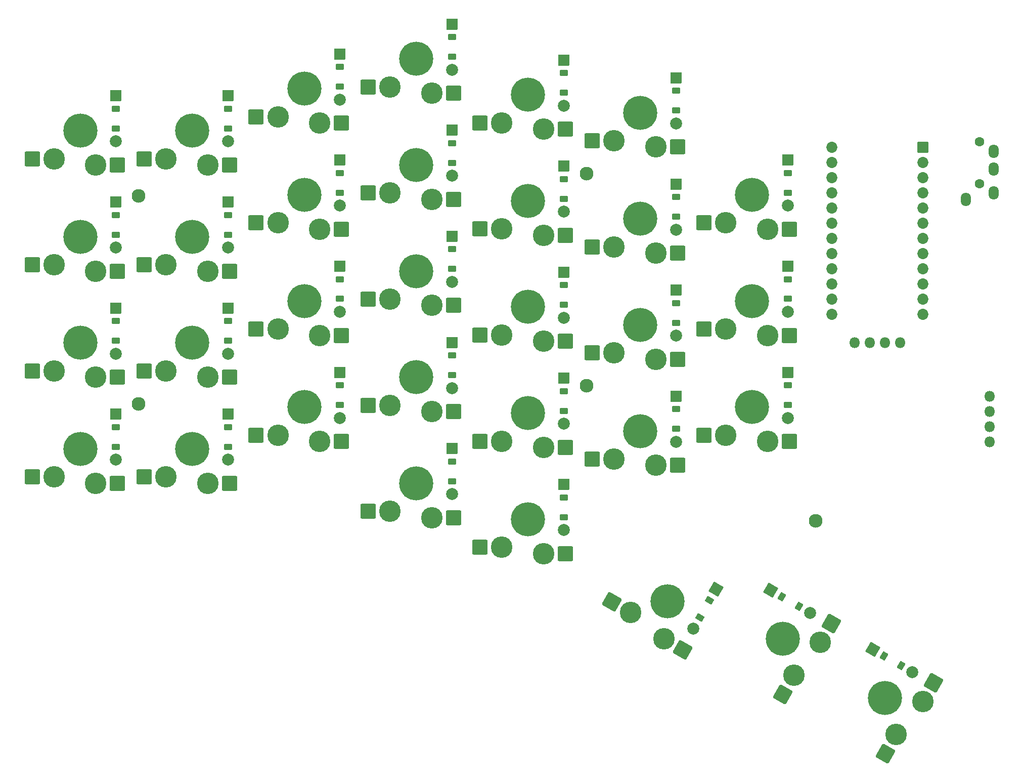
<source format=gbr>
%TF.GenerationSoftware,KiCad,Pcbnew,9.0.7*%
%TF.CreationDate,2026-01-28T22:46:33+01:00*%
%TF.ProjectId,board_left_finished,626f6172-645f-46c6-9566-745f66696e69,v1.0.0*%
%TF.SameCoordinates,Original*%
%TF.FileFunction,Soldermask,Bot*%
%TF.FilePolarity,Negative*%
%FSLAX46Y46*%
G04 Gerber Fmt 4.6, Leading zero omitted, Abs format (unit mm)*
G04 Created by KiCad (PCBNEW 9.0.7) date 2026-01-28 22:46:33*
%MOMM*%
%LPD*%
G01*
G04 APERTURE LIST*
G04 Aperture macros list*
%AMRoundRect*
0 Rectangle with rounded corners*
0 $1 Rounding radius*
0 $2 $3 $4 $5 $6 $7 $8 $9 X,Y pos of 4 corners*
0 Add a 4 corners polygon primitive as box body*
4,1,4,$2,$3,$4,$5,$6,$7,$8,$9,$2,$3,0*
0 Add four circle primitives for the rounded corners*
1,1,$1+$1,$2,$3*
1,1,$1+$1,$4,$5*
1,1,$1+$1,$6,$7*
1,1,$1+$1,$8,$9*
0 Add four rect primitives between the rounded corners*
20,1,$1+$1,$2,$3,$4,$5,0*
20,1,$1+$1,$4,$5,$6,$7,0*
20,1,$1+$1,$6,$7,$8,$9,0*
20,1,$1+$1,$8,$9,$2,$3,0*%
G04 Aperture macros list end*
%ADD10RoundRect,0.050000X-0.889000X0.889000X-0.889000X-0.889000X0.889000X-0.889000X0.889000X0.889000X0*%
%ADD11RoundRect,0.050000X-0.600000X0.450000X-0.600000X-0.450000X0.600000X-0.450000X0.600000X0.450000X0*%
%ADD12C,2.005000*%
%ADD13O,1.800000X1.800000*%
%ADD14RoundRect,0.050000X-1.214397X-0.325397X0.325397X-1.214397X1.214397X0.325397X-0.325397X1.214397X0*%
%ADD15RoundRect,0.050000X-0.689711X-0.294615X0.089711X-0.744615X0.689711X0.294615X-0.089711X0.744615X0*%
%ADD16C,2.300000*%
%ADD17RoundRect,0.050000X-0.325397X1.214397X-1.214397X-0.325397X0.325397X-1.214397X1.214397X0.325397X0*%
%ADD18RoundRect,0.050000X-0.294615X0.689711X-0.744615X-0.089711X0.294615X-0.689711X0.744615X0.089711X0*%
%ADD19RoundRect,0.050000X-0.876300X0.876300X-0.876300X-0.876300X0.876300X-0.876300X0.876300X0.876300X0*%
%ADD20C,1.852600*%
%ADD21C,1.600000*%
%ADD22O,1.700000X2.300000*%
%ADD23RoundRect,0.250000X-1.050000X-1.000000X1.050000X-1.000000X1.050000X1.000000X-1.050000X1.000000X0*%
%ADD24C,5.700000*%
%ADD25C,3.600000*%
%ADD26RoundRect,0.250000X0.341025X-1.409327X1.391025X0.409327X-0.341025X1.409327X-1.391025X-0.409327X0*%
%ADD27RoundRect,0.250000X-1.409327X-0.341025X0.409327X-1.391025X1.409327X0.341025X-0.409327X1.391025X0*%
G04 APERTURE END LIST*
D10*
%TO.C,D1*%
X106000000Y-126440000D03*
D11*
X106000000Y-128600000D03*
X106000000Y-131900000D03*
D12*
X106000000Y-134060000D03*
%TD*%
D10*
%TO.C,D10*%
X143500000Y-101690000D03*
D11*
X143500000Y-103850000D03*
X143500000Y-107150000D03*
D12*
X143500000Y-109310000D03*
%TD*%
D13*
%TO.C,I2COut*%
X252300000Y-123440000D03*
X252300000Y-125980000D03*
X252300000Y-128520000D03*
X252300000Y-131060000D03*
%TD*%
D10*
%TO.C,D8*%
X124750000Y-73190000D03*
D11*
X124750000Y-75350000D03*
X124750000Y-78650000D03*
D12*
X124750000Y-80810000D03*
%TD*%
D10*
%TO.C,D2*%
X106000000Y-108690000D03*
D11*
X106000000Y-110850000D03*
X106000000Y-114150000D03*
D12*
X106000000Y-116310000D03*
%TD*%
D10*
%TO.C,D18*%
X181000000Y-138190000D03*
D11*
X181000000Y-140350000D03*
X181000000Y-143650000D03*
D12*
X181000000Y-145810000D03*
%TD*%
D14*
%TO.C,D32*%
X232736043Y-165768200D03*
D15*
X234606658Y-166848200D03*
X237464542Y-168498200D03*
D12*
X239335157Y-169578200D03*
%TD*%
D16*
%TO.C,MH2*%
X109750000Y-124700000D03*
%TD*%
D10*
%TO.C,D7*%
X124750000Y-90940000D03*
D11*
X124750000Y-93100000D03*
X124750000Y-96400000D03*
D12*
X124750000Y-98560000D03*
%TD*%
D16*
%TO.C,MH3*%
X184750000Y-121700000D03*
%TD*%
D10*
%TO.C,D28*%
X218500000Y-101690000D03*
D11*
X218500000Y-103850000D03*
X218500000Y-107150000D03*
D12*
X218500000Y-109310000D03*
%TD*%
D13*
%TO.C,DISP1*%
X229645000Y-114450000D03*
X232185000Y-114450000D03*
X234725000Y-114450000D03*
X237265000Y-114450000D03*
%TD*%
D16*
%TO.C,MH4*%
X184750000Y-86200000D03*
%TD*%
D10*
%TO.C,D13*%
X162250000Y-132190000D03*
D11*
X162250000Y-134350000D03*
X162250000Y-137650000D03*
D12*
X162250000Y-139810000D03*
%TD*%
D17*
%TO.C,D30*%
X206449200Y-155718343D03*
D18*
X205369200Y-157588958D03*
X203719200Y-160446842D03*
D12*
X202639200Y-162317457D03*
%TD*%
D19*
%TO.C,MCU1*%
X241075000Y-81780000D03*
D20*
X241075000Y-84320000D03*
X241075000Y-86860000D03*
X241075000Y-89400000D03*
X241075000Y-91940000D03*
X241075000Y-94480000D03*
X241075000Y-97020000D03*
X241075000Y-99560000D03*
X241075000Y-102100000D03*
X241075000Y-104640000D03*
X241075000Y-107180000D03*
X241075000Y-109720000D03*
X225835000Y-81780000D03*
X225835000Y-84320000D03*
X225835000Y-86860000D03*
X225835000Y-89400000D03*
X225835000Y-91940000D03*
X225835000Y-94480000D03*
X225835000Y-97020000D03*
X225835000Y-99560000D03*
X225835000Y-102100000D03*
X225835000Y-104640000D03*
X225835000Y-107180000D03*
X225835000Y-109720000D03*
%TD*%
D16*
%TO.C,MH1*%
X109750000Y-89950000D03*
%TD*%
D10*
%TO.C,D17*%
X162250000Y-61190000D03*
D11*
X162250000Y-63350000D03*
X162250000Y-66650000D03*
D12*
X162250000Y-68810000D03*
%TD*%
D10*
%TO.C,D22*%
X181000000Y-67190000D03*
D11*
X181000000Y-69350000D03*
X181000000Y-72650000D03*
D12*
X181000000Y-74810000D03*
%TD*%
D10*
%TO.C,D27*%
X218500000Y-119440000D03*
D11*
X218500000Y-121600000D03*
X218500000Y-124900000D03*
D12*
X218500000Y-127060000D03*
%TD*%
D10*
%TO.C,D5*%
X124750000Y-126440000D03*
D11*
X124750000Y-128600000D03*
X124750000Y-131900000D03*
D12*
X124750000Y-134060000D03*
%TD*%
D10*
%TO.C,D3*%
X106000000Y-90940000D03*
D11*
X106000000Y-93100000D03*
X106000000Y-96400000D03*
D12*
X106000000Y-98560000D03*
%TD*%
D16*
%TO.C,MH5*%
X223103700Y-144272100D03*
%TD*%
D10*
%TO.C,D15*%
X162250000Y-96690000D03*
D11*
X162250000Y-98850000D03*
X162250000Y-102150000D03*
D12*
X162250000Y-104310000D03*
%TD*%
D21*
%TO.C,TRRS1*%
X250600000Y-80850000D03*
X250600000Y-87850000D03*
D22*
X252900000Y-82450000D03*
X252900000Y-85450000D03*
X252900000Y-89450000D03*
X248300000Y-90550000D03*
%TD*%
D10*
%TO.C,D20*%
X181000000Y-102690000D03*
D11*
X181000000Y-104850000D03*
X181000000Y-108150000D03*
D12*
X181000000Y-110310000D03*
%TD*%
D10*
%TO.C,D16*%
X162250000Y-78940000D03*
D11*
X162250000Y-81100000D03*
X162250000Y-84400000D03*
D12*
X162250000Y-86560000D03*
%TD*%
D10*
%TO.C,D9*%
X143500000Y-119440000D03*
D11*
X143500000Y-121600000D03*
X143500000Y-124900000D03*
D12*
X143500000Y-127060000D03*
%TD*%
D10*
%TO.C,D4*%
X106000000Y-73190000D03*
D11*
X106000000Y-75350000D03*
X106000000Y-78650000D03*
D12*
X106000000Y-80810000D03*
%TD*%
D10*
%TO.C,D19*%
X181000000Y-120440000D03*
D11*
X181000000Y-122600000D03*
X181000000Y-125900000D03*
D12*
X181000000Y-128060000D03*
%TD*%
D10*
%TO.C,D11*%
X143500000Y-83940000D03*
D11*
X143500000Y-86100000D03*
X143500000Y-89400000D03*
D12*
X143500000Y-91560000D03*
%TD*%
D10*
%TO.C,D21*%
X181000000Y-84940000D03*
D11*
X181000000Y-87100000D03*
X181000000Y-90400000D03*
D12*
X181000000Y-92560000D03*
%TD*%
D10*
%TO.C,D29*%
X218500000Y-83940000D03*
D11*
X218500000Y-86100000D03*
X218500000Y-89400000D03*
D12*
X218500000Y-91560000D03*
%TD*%
D10*
%TO.C,D24*%
X199750000Y-105690000D03*
D11*
X199750000Y-107850000D03*
X199750000Y-111150000D03*
D12*
X199750000Y-113310000D03*
%TD*%
D10*
%TO.C,D6*%
X124750000Y-108690000D03*
D11*
X124750000Y-110850000D03*
X124750000Y-114150000D03*
D12*
X124750000Y-116310000D03*
%TD*%
D10*
%TO.C,D26*%
X199750000Y-70190000D03*
D11*
X199750000Y-72350000D03*
X199750000Y-75650000D03*
D12*
X199750000Y-77810000D03*
%TD*%
D10*
%TO.C,D23*%
X199750000Y-123440000D03*
D11*
X199750000Y-125600000D03*
X199750000Y-128900000D03*
D12*
X199750000Y-131060000D03*
%TD*%
D10*
%TO.C,D25*%
X199750000Y-87940000D03*
D11*
X199750000Y-90100000D03*
X199750000Y-93400000D03*
D12*
X199750000Y-95560000D03*
%TD*%
D10*
%TO.C,D12*%
X143500000Y-66190000D03*
D11*
X143500000Y-68350000D03*
X143500000Y-71650000D03*
D12*
X143500000Y-73810000D03*
%TD*%
D14*
%TO.C,D31*%
X215588743Y-155868200D03*
D15*
X217459358Y-156948200D03*
X220317242Y-158598200D03*
D12*
X222187857Y-159678200D03*
%TD*%
D10*
%TO.C,D14*%
X162250000Y-114440000D03*
D11*
X162250000Y-116600000D03*
X162250000Y-119900000D03*
D12*
X162250000Y-122060000D03*
%TD*%
D23*
%TO.C,S29*%
X204450000Y-94450000D03*
D24*
X212500000Y-89750000D03*
D23*
X218750000Y-95500000D03*
D25*
X208100000Y-94450000D03*
X215100000Y-95500000D03*
%TD*%
D23*
%TO.C,S18*%
X166950000Y-148700000D03*
D24*
X175000000Y-144000000D03*
D23*
X181250000Y-149750000D03*
D25*
X170600000Y-148700000D03*
X177600000Y-149750000D03*
%TD*%
D26*
%TO.C,S31*%
X217665719Y-173290905D03*
D24*
X217620400Y-163969400D03*
D26*
X225725046Y-161431741D03*
D25*
X219490719Y-170129912D03*
X223900046Y-164592734D03*
%TD*%
D23*
%TO.C,S4*%
X91950000Y-83700000D03*
D24*
X100000000Y-79000000D03*
D23*
X106250000Y-84750000D03*
D25*
X95600000Y-83700000D03*
X102600000Y-84750000D03*
%TD*%
D23*
%TO.C,S9*%
X129450000Y-129950000D03*
D24*
X137500000Y-125250000D03*
D23*
X143750000Y-131000000D03*
D25*
X133100000Y-129950000D03*
X140100000Y-131000000D03*
%TD*%
D23*
%TO.C,S22*%
X166950000Y-77700000D03*
D24*
X175000000Y-73000000D03*
D23*
X181250000Y-78750000D03*
D25*
X170600000Y-77700000D03*
X177600000Y-78750000D03*
%TD*%
D23*
%TO.C,S10*%
X129450000Y-112200000D03*
D24*
X137500000Y-107500000D03*
D23*
X143750000Y-113250000D03*
D25*
X133100000Y-112200000D03*
X140100000Y-113250000D03*
%TD*%
D23*
%TO.C,S24*%
X185700000Y-116200000D03*
D24*
X193750000Y-111500000D03*
D23*
X200000000Y-117250000D03*
D25*
X189350000Y-116200000D03*
X196350000Y-117250000D03*
%TD*%
D23*
%TO.C,S20*%
X166950000Y-113200000D03*
D24*
X175000000Y-108500000D03*
D23*
X181250000Y-114250000D03*
D25*
X170600000Y-113200000D03*
X177600000Y-114250000D03*
%TD*%
D23*
%TO.C,S7*%
X110700000Y-101450000D03*
D24*
X118750000Y-96750000D03*
D23*
X125000000Y-102500000D03*
D25*
X114350000Y-101450000D03*
X121350000Y-102500000D03*
%TD*%
D23*
%TO.C,S8*%
X110700000Y-83700000D03*
D24*
X118750000Y-79000000D03*
D23*
X125000000Y-84750000D03*
D25*
X114350000Y-83700000D03*
X121350000Y-84750000D03*
%TD*%
D23*
%TO.C,S25*%
X185700000Y-98450000D03*
D24*
X193750000Y-93750000D03*
D23*
X200000000Y-99500000D03*
D25*
X189350000Y-98450000D03*
X196350000Y-99500000D03*
%TD*%
D23*
%TO.C,S26*%
X185700000Y-80700000D03*
D24*
X193750000Y-76000000D03*
D23*
X200000000Y-81750000D03*
D25*
X189350000Y-80700000D03*
X196350000Y-81750000D03*
%TD*%
D23*
%TO.C,S15*%
X148200000Y-107200000D03*
D24*
X156250000Y-102500000D03*
D23*
X162500000Y-108250000D03*
D25*
X151850000Y-107200000D03*
X158850000Y-108250000D03*
%TD*%
D23*
%TO.C,S12*%
X129450000Y-76700000D03*
D24*
X137500000Y-72000000D03*
D23*
X143750000Y-77750000D03*
D25*
X133100000Y-76700000D03*
X140100000Y-77750000D03*
%TD*%
D23*
%TO.C,S21*%
X166950000Y-95450000D03*
D24*
X175000000Y-90750000D03*
D23*
X181250000Y-96500000D03*
D25*
X170600000Y-95450000D03*
X177600000Y-96500000D03*
%TD*%
D23*
%TO.C,S28*%
X204450000Y-112200000D03*
D24*
X212500000Y-107500000D03*
D23*
X218750000Y-113250000D03*
D25*
X208100000Y-112200000D03*
X215100000Y-113250000D03*
%TD*%
D23*
%TO.C,S17*%
X148200000Y-71700000D03*
D24*
X156250000Y-67000000D03*
D23*
X162500000Y-72750000D03*
D25*
X151850000Y-71700000D03*
X158850000Y-72750000D03*
%TD*%
D23*
%TO.C,S1*%
X91950000Y-136950000D03*
D24*
X100000000Y-132250000D03*
D23*
X106250000Y-138000000D03*
D25*
X95600000Y-136950000D03*
X102600000Y-138000000D03*
%TD*%
D23*
%TO.C,S14*%
X148200000Y-124950000D03*
D24*
X156250000Y-120250000D03*
D23*
X162500000Y-126000000D03*
D25*
X151850000Y-124950000D03*
X158850000Y-126000000D03*
%TD*%
D23*
%TO.C,S19*%
X166950000Y-130950000D03*
D24*
X175000000Y-126250000D03*
D23*
X181250000Y-132000000D03*
D25*
X170600000Y-130950000D03*
X177600000Y-132000000D03*
%TD*%
D23*
%TO.C,S5*%
X110700000Y-136950000D03*
D24*
X118750000Y-132250000D03*
D23*
X125000000Y-138000000D03*
D25*
X114350000Y-136950000D03*
X121350000Y-138000000D03*
%TD*%
D23*
%TO.C,S11*%
X129450000Y-94450000D03*
D24*
X137500000Y-89750000D03*
D23*
X143750000Y-95500000D03*
D25*
X133100000Y-94450000D03*
X140100000Y-95500000D03*
%TD*%
D23*
%TO.C,S13*%
X148200000Y-142700000D03*
D24*
X156250000Y-138000000D03*
D23*
X162500000Y-143750000D03*
D25*
X151850000Y-142700000D03*
X158850000Y-143750000D03*
%TD*%
D23*
%TO.C,S3*%
X91950000Y-101450000D03*
D24*
X100000000Y-96750000D03*
D23*
X106250000Y-102500000D03*
D25*
X95600000Y-101450000D03*
X102600000Y-102500000D03*
%TD*%
D23*
%TO.C,S6*%
X110700000Y-119200000D03*
D24*
X118750000Y-114500000D03*
D23*
X125000000Y-120250000D03*
D25*
X114350000Y-119200000D03*
X121350000Y-120250000D03*
%TD*%
D23*
%TO.C,S27*%
X204450000Y-129950000D03*
D24*
X212500000Y-125250000D03*
D23*
X218750000Y-131000000D03*
D25*
X208100000Y-129950000D03*
X215100000Y-131000000D03*
%TD*%
D26*
%TO.C,S32*%
X234813019Y-183190905D03*
D24*
X234767700Y-173869400D03*
D26*
X242872346Y-171331741D03*
D25*
X236638019Y-180029912D03*
X241047346Y-174492734D03*
%TD*%
D23*
%TO.C,S2*%
X91950000Y-119200000D03*
D24*
X100000000Y-114500000D03*
D23*
X106250000Y-120250000D03*
D25*
X95600000Y-119200000D03*
X102600000Y-120250000D03*
%TD*%
D27*
%TO.C,S30*%
X189026595Y-157795319D03*
D24*
X198348100Y-157750000D03*
D27*
X200885759Y-165854646D03*
D25*
X192187588Y-159620319D03*
X197724766Y-164029646D03*
%TD*%
D23*
%TO.C,S16*%
X148200000Y-89450000D03*
D24*
X156250000Y-84750000D03*
D23*
X162500000Y-90500000D03*
D25*
X151850000Y-89450000D03*
X158850000Y-90500000D03*
%TD*%
D23*
%TO.C,S23*%
X185700000Y-133950000D03*
D24*
X193750000Y-129250000D03*
D23*
X200000000Y-135000000D03*
D25*
X189350000Y-133950000D03*
X196350000Y-135000000D03*
%TD*%
M02*

</source>
